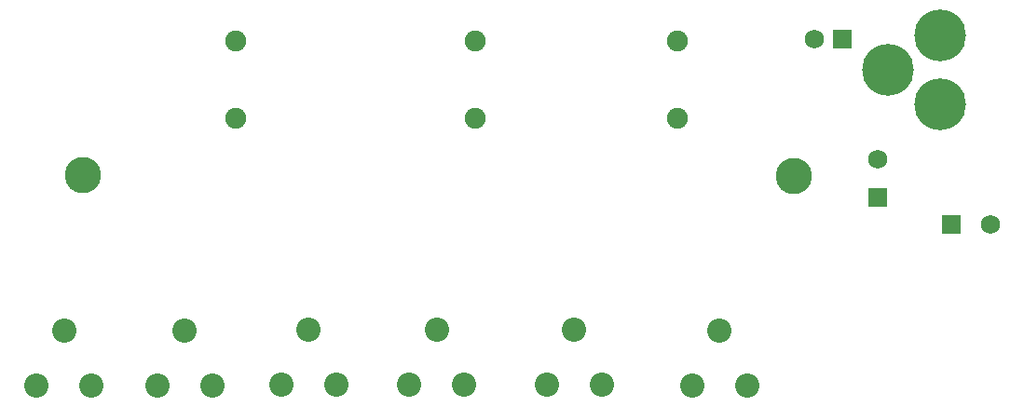
<source format=gbs>
G04 Layer_Color=16711935*
%FSLAX24Y24*%
%MOIN*%
G70*
G01*
G75*
%ADD59C,0.1852*%
%ADD60C,0.1300*%
%ADD61R,0.0680X0.0680*%
%ADD62C,0.0680*%
%ADD63R,0.0680X0.0680*%
%ADD64C,0.0867*%
%ADD65C,0.0749*%
D59*
X53976Y43563D02*
D03*
Y41122D02*
D03*
X52126Y42343D02*
D03*
D60*
X23339Y38569D02*
D03*
X48772Y38530D02*
D03*
D61*
X54400Y36801D02*
D03*
X50492Y43445D02*
D03*
D62*
X55778Y36801D02*
D03*
X51752Y39144D02*
D03*
X49492Y43445D02*
D03*
D63*
X51752Y37766D02*
D03*
D64*
X21663Y31053D02*
D03*
X22648Y33022D02*
D03*
X25984Y31053D02*
D03*
X26959Y33022D02*
D03*
X30413Y31063D02*
D03*
X35000Y31063D02*
D03*
X31398Y33031D02*
D03*
X39921Y31063D02*
D03*
X35984Y33031D02*
D03*
X45108Y31053D02*
D03*
X40906Y33031D02*
D03*
X46093Y33022D02*
D03*
X23632Y31053D02*
D03*
X27953D02*
D03*
X32382Y31063D02*
D03*
X36969Y31063D02*
D03*
X41890Y31063D02*
D03*
X47077Y31053D02*
D03*
D65*
X37372Y43366D02*
D03*
Y40610D02*
D03*
X44596Y43366D02*
D03*
Y40610D02*
D03*
X28780Y43366D02*
D03*
Y40610D02*
D03*
M02*

</source>
